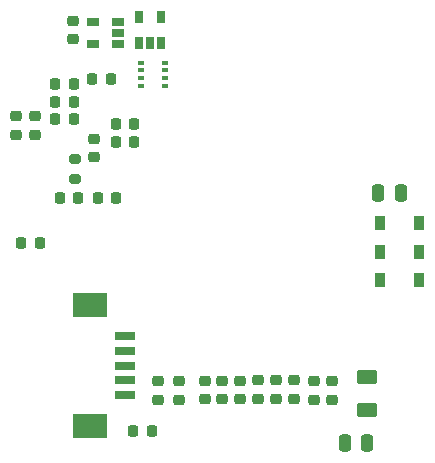
<source format=gbr>
%TF.GenerationSoftware,KiCad,Pcbnew,6.0.7-1.fc35*%
%TF.CreationDate,2022-11-04T19:38:46+01:00*%
%TF.ProjectId,sense_slim,73656e73-655f-4736-9c69-6d2e6b696361,rev?*%
%TF.SameCoordinates,Original*%
%TF.FileFunction,Paste,Top*%
%TF.FilePolarity,Positive*%
%FSLAX46Y46*%
G04 Gerber Fmt 4.6, Leading zero omitted, Abs format (unit mm)*
G04 Created by KiCad (PCBNEW 6.0.7-1.fc35) date 2022-11-04 19:38:46*
%MOMM*%
%LPD*%
G01*
G04 APERTURE LIST*
G04 Aperture macros list*
%AMRoundRect*
0 Rectangle with rounded corners*
0 $1 Rounding radius*
0 $2 $3 $4 $5 $6 $7 $8 $9 X,Y pos of 4 corners*
0 Add a 4 corners polygon primitive as box body*
4,1,4,$2,$3,$4,$5,$6,$7,$8,$9,$2,$3,0*
0 Add four circle primitives for the rounded corners*
1,1,$1+$1,$2,$3*
1,1,$1+$1,$4,$5*
1,1,$1+$1,$6,$7*
1,1,$1+$1,$8,$9*
0 Add four rect primitives between the rounded corners*
20,1,$1+$1,$2,$3,$4,$5,0*
20,1,$1+$1,$4,$5,$6,$7,0*
20,1,$1+$1,$6,$7,$8,$9,0*
20,1,$1+$1,$8,$9,$2,$3,0*%
G04 Aperture macros list end*
%ADD10R,3.000000X2.100000*%
%ADD11R,1.700000X0.800000*%
%ADD12RoundRect,0.225000X0.225000X0.250000X-0.225000X0.250000X-0.225000X-0.250000X0.225000X-0.250000X0*%
%ADD13RoundRect,0.218750X-0.256250X0.218750X-0.256250X-0.218750X0.256250X-0.218750X0.256250X0.218750X0*%
%ADD14RoundRect,0.218750X0.218750X0.256250X-0.218750X0.256250X-0.218750X-0.256250X0.218750X-0.256250X0*%
%ADD15RoundRect,0.225000X-0.225000X-0.250000X0.225000X-0.250000X0.225000X0.250000X-0.225000X0.250000X0*%
%ADD16R,1.060000X0.650000*%
%ADD17RoundRect,0.200000X-0.275000X0.200000X-0.275000X-0.200000X0.275000X-0.200000X0.275000X0.200000X0*%
%ADD18R,0.900000X1.200000*%
%ADD19RoundRect,0.218750X-0.218750X-0.256250X0.218750X-0.256250X0.218750X0.256250X-0.218750X0.256250X0*%
%ADD20RoundRect,0.250000X-0.250000X-0.475000X0.250000X-0.475000X0.250000X0.475000X-0.250000X0.475000X0*%
%ADD21R,0.500000X0.350000*%
%ADD22RoundRect,0.218750X0.256250X-0.218750X0.256250X0.218750X-0.256250X0.218750X-0.256250X-0.218750X0*%
%ADD23R,0.650000X1.060000*%
%ADD24RoundRect,0.250000X0.250000X0.475000X-0.250000X0.475000X-0.250000X-0.475000X0.250000X-0.475000X0*%
%ADD25RoundRect,0.250000X0.625000X-0.375000X0.625000X0.375000X-0.625000X0.375000X-0.625000X-0.375000X0*%
G04 APERTURE END LIST*
D10*
%TO.C,J3*%
X133410000Y-105260000D03*
X133410000Y-115440000D03*
D11*
X136360000Y-107850000D03*
X136360000Y-109100000D03*
X136360000Y-110350000D03*
X136360000Y-111600000D03*
X136360000Y-112850000D03*
%TD*%
D12*
%TO.C,C25*%
X135117888Y-86111545D03*
X133567888Y-86111545D03*
%TD*%
D13*
%TO.C,R11*%
X131957112Y-81150955D03*
X131957112Y-82725955D03*
%TD*%
D14*
%TO.C,R3*%
X131987500Y-89500000D03*
X130412500Y-89500000D03*
%TD*%
D15*
%TO.C,C29*%
X134045002Y-96188455D03*
X135595002Y-96188455D03*
%TD*%
D14*
%TO.C,C3*%
X137107502Y-89900000D03*
X135532502Y-89900000D03*
%TD*%
D16*
%TO.C,U4*%
X135780000Y-83160000D03*
X135780000Y-82210000D03*
X135780000Y-81260000D03*
X133580000Y-81260000D03*
X133580000Y-83160000D03*
%TD*%
D17*
%TO.C,R22*%
X132070002Y-92863455D03*
X132070002Y-94513455D03*
%TD*%
D13*
%TO.C,C14*%
X150620002Y-111603455D03*
X150620002Y-113178455D03*
%TD*%
D18*
%TO.C,D1*%
X161230002Y-100758455D03*
X157930002Y-100758455D03*
%TD*%
D13*
%TO.C,C15*%
X152320002Y-111650955D03*
X152320002Y-113225955D03*
%TD*%
%TO.C,C10*%
X144580002Y-111613455D03*
X144580002Y-113188455D03*
%TD*%
D19*
%TO.C,C19*%
X127532502Y-99938455D03*
X129107502Y-99938455D03*
%TD*%
D13*
%TO.C,C12*%
X147600002Y-111603455D03*
X147600002Y-113178455D03*
%TD*%
%TO.C,R6*%
X133707112Y-91150955D03*
X133707112Y-92725955D03*
%TD*%
D20*
%TO.C,C5*%
X154920002Y-116938455D03*
X156820002Y-116938455D03*
%TD*%
D13*
%TO.C,C11*%
X146090002Y-111613455D03*
X146090002Y-113188455D03*
%TD*%
D21*
%TO.C,U1*%
X137675000Y-86663455D03*
X137675000Y-86013455D03*
X137675000Y-85363455D03*
X137675000Y-84713455D03*
X139725000Y-84713455D03*
X139725000Y-85363455D03*
X139725000Y-86013455D03*
X139725000Y-86663455D03*
%TD*%
D13*
%TO.C,R4*%
X140900000Y-111662500D03*
X140900000Y-113237500D03*
%TD*%
D18*
%TO.C,D2*%
X157930002Y-103138455D03*
X161230002Y-103138455D03*
%TD*%
D13*
%TO.C,C16*%
X153820002Y-111650955D03*
X153820002Y-113225955D03*
%TD*%
D14*
%TO.C,C2*%
X131987500Y-88000000D03*
X130412500Y-88000000D03*
%TD*%
D13*
%TO.C,C13*%
X149110002Y-111603455D03*
X149110002Y-113178455D03*
%TD*%
D22*
%TO.C,D4*%
X128750000Y-90787500D03*
X128750000Y-89212500D03*
%TD*%
D23*
%TO.C,U3*%
X137507112Y-83038455D03*
X138457112Y-83038455D03*
X139407112Y-83038455D03*
X139407112Y-80838455D03*
X137507112Y-80838455D03*
%TD*%
D24*
%TO.C,C6*%
X159670002Y-95768455D03*
X157770002Y-95768455D03*
%TD*%
D13*
%TO.C,C9*%
X143070002Y-111613455D03*
X143070002Y-113188455D03*
%TD*%
D14*
%TO.C,C4*%
X137107502Y-91400000D03*
X135532502Y-91400000D03*
%TD*%
D12*
%TO.C,C30*%
X132345002Y-96188455D03*
X130795002Y-96188455D03*
%TD*%
D22*
%TO.C,D5*%
X127100000Y-90787500D03*
X127100000Y-89212500D03*
%TD*%
D25*
%TO.C,L1*%
X156820002Y-114088455D03*
X156820002Y-111288455D03*
%TD*%
D13*
%TO.C,R5*%
X139150000Y-111662500D03*
X139150000Y-113237500D03*
%TD*%
D18*
%TO.C,D3*%
X161220002Y-98248455D03*
X157920002Y-98248455D03*
%TD*%
D14*
%TO.C,C8*%
X138597500Y-115870000D03*
X137022500Y-115870000D03*
%TD*%
D12*
%TO.C,C27*%
X131975000Y-86500000D03*
X130425000Y-86500000D03*
%TD*%
M02*

</source>
